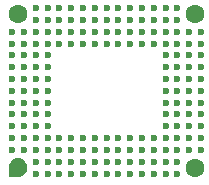
<source format=gbr>
G04 #@! TF.GenerationSoftware,KiCad,Pcbnew,8.0.4*
G04 #@! TF.CreationDate,2025-09-28T15:06:51-07:00*
G04 #@! TF.ProjectId,GMAX3412_breakout,474d4158-3334-4313-925f-627265616b6f,rev?*
G04 #@! TF.SameCoordinates,Original*
G04 #@! TF.FileFunction,Paste,Bot*
G04 #@! TF.FilePolarity,Positive*
%FSLAX46Y46*%
G04 Gerber Fmt 4.6, Leading zero omitted, Abs format (unit mm)*
G04 Created by KiCad (PCBNEW 8.0.4) date 2025-09-28 15:06:51*
%MOMM*%
%LPD*%
G01*
G04 APERTURE LIST*
%ADD10C,0.600000*%
%ADD11C,1.600000*%
G04 APERTURE END LIST*
D10*
G04 #@! TO.C,U1*
X13500000Y-26500000D03*
X14500000Y-26500000D03*
X15500000Y-26500000D03*
X16500000Y-26500000D03*
X17500000Y-26500000D03*
X18500000Y-26500000D03*
X19500000Y-26500000D03*
X20500000Y-26500000D03*
X21500000Y-26500000D03*
X22500000Y-26500000D03*
X23500000Y-26500000D03*
X24500000Y-26500000D03*
X25500000Y-26500000D03*
X13500000Y-25500000D03*
X14500000Y-25500000D03*
X15500000Y-25500000D03*
X16500000Y-25500000D03*
X17500000Y-25500000D03*
X18500000Y-25500000D03*
X19500000Y-25500000D03*
X20500000Y-25500000D03*
X21500000Y-25500000D03*
X22500000Y-25500000D03*
X23500000Y-25500000D03*
X24500000Y-25500000D03*
X25500000Y-25500000D03*
X11500000Y-24500000D03*
X12500000Y-24500000D03*
X13500000Y-24500000D03*
X14500000Y-24500000D03*
X15500000Y-24500000D03*
X16500000Y-24500000D03*
X17500000Y-24500000D03*
X18500000Y-24500000D03*
X19500000Y-24500000D03*
X20500000Y-24500000D03*
X21500000Y-24500000D03*
X22500000Y-24500000D03*
X23500000Y-24500000D03*
X24500000Y-24500000D03*
X25500000Y-24500000D03*
X26500000Y-24500000D03*
X27500000Y-24500000D03*
X11500000Y-23500000D03*
X12500000Y-23500000D03*
X13500000Y-23500000D03*
X14500000Y-23500000D03*
X15500000Y-23500000D03*
X16500000Y-23500000D03*
X17500000Y-23500000D03*
X18500000Y-23500000D03*
X19500000Y-23500000D03*
X20500000Y-23500000D03*
X21500000Y-23500000D03*
X22500000Y-23500000D03*
X23500000Y-23500000D03*
X24500000Y-23500000D03*
X25500000Y-23500000D03*
X26500000Y-23500000D03*
X27500000Y-23500000D03*
X11500000Y-22500000D03*
X12500000Y-22500000D03*
X13500000Y-22500000D03*
X14500000Y-22500000D03*
X24500000Y-22500000D03*
X25500000Y-22500000D03*
X26500000Y-22500000D03*
X27500000Y-22500000D03*
X11500000Y-21500000D03*
X12500000Y-21500000D03*
X13500000Y-21500000D03*
X14500000Y-21500000D03*
X24500000Y-21500000D03*
X25500000Y-21500000D03*
X26500000Y-21500000D03*
X27500000Y-21500000D03*
X11500000Y-20500000D03*
X12500000Y-20500000D03*
X13500000Y-20500000D03*
X14500000Y-20500000D03*
X24500000Y-20500000D03*
X25500000Y-20500000D03*
X26500000Y-20500000D03*
X27500000Y-20500000D03*
X11500000Y-19500000D03*
X12500000Y-19500000D03*
X13500000Y-19500000D03*
X14500000Y-19500000D03*
X24500000Y-19500000D03*
X25500000Y-19500000D03*
X26500000Y-19500000D03*
X27500000Y-19500000D03*
X11500000Y-18500000D03*
X12500000Y-18500000D03*
X13500000Y-18500000D03*
X14500000Y-18500000D03*
X24500000Y-18500000D03*
X25500000Y-18500000D03*
X26500000Y-18500000D03*
X27500000Y-18500000D03*
X11500000Y-17500000D03*
X12500000Y-17500000D03*
X13500000Y-17500000D03*
X14500000Y-17500000D03*
X24500000Y-17500000D03*
X25500000Y-17500000D03*
X26500000Y-17500000D03*
X27500000Y-17500000D03*
X11500000Y-16500000D03*
X12500000Y-16500000D03*
X13500000Y-16500000D03*
X14500000Y-16500000D03*
X24500000Y-16500000D03*
X25500000Y-16500000D03*
X26500000Y-16500000D03*
X27500000Y-16500000D03*
X11500000Y-15500000D03*
X12500000Y-15500000D03*
X13500000Y-15500000D03*
X14500000Y-15500000D03*
X15500000Y-15500000D03*
X16500000Y-15500000D03*
X17500000Y-15500000D03*
X18500000Y-15500000D03*
X19500000Y-15500000D03*
X20500000Y-15500000D03*
X21500000Y-15500000D03*
X22500000Y-15500000D03*
X23500000Y-15500000D03*
X24500000Y-15500000D03*
X25500000Y-15500000D03*
X26500000Y-15500000D03*
X27500000Y-15500000D03*
X11500000Y-14500000D03*
X12500000Y-14500000D03*
X13500000Y-14500000D03*
X14500000Y-14500000D03*
X15500000Y-14500000D03*
X16500000Y-14500000D03*
X17500000Y-14500000D03*
X18500000Y-14500000D03*
X19500000Y-14500000D03*
X20500000Y-14500000D03*
X21500000Y-14500000D03*
X22500000Y-14500000D03*
X23500000Y-14500000D03*
X24500000Y-14500000D03*
X25500000Y-14500000D03*
X26500000Y-14500000D03*
X27500000Y-14500000D03*
X13500000Y-13500000D03*
X14500000Y-13500000D03*
X15500000Y-13500000D03*
X16500000Y-13500000D03*
X17500000Y-13500000D03*
X18500000Y-13500000D03*
X19500000Y-13500000D03*
X20500000Y-13500000D03*
X21500000Y-13500000D03*
X22500000Y-13500000D03*
X23500000Y-13500000D03*
X24500000Y-13500000D03*
X25500000Y-13500000D03*
G36*
X11200000Y-26000000D02*
G01*
X11220058Y-25821983D01*
X11279225Y-25652893D01*
X11374535Y-25501208D01*
X11501208Y-25374535D01*
X11652893Y-25279225D01*
X11821983Y-25220058D01*
X12000000Y-25200000D01*
X12178017Y-25220058D01*
X12347107Y-25279225D01*
X12498792Y-25374535D01*
X12625465Y-25501208D01*
X12720775Y-25652893D01*
X12779942Y-25821983D01*
X12800000Y-26000000D01*
X12779942Y-26178017D01*
X12720775Y-26347107D01*
X12625465Y-26498792D01*
X12498792Y-26625465D01*
X12347107Y-26720775D01*
X12178017Y-26779942D01*
X12000000Y-26800000D01*
X11200000Y-26800000D01*
X11200000Y-26000000D01*
G37*
D11*
X27000000Y-26000000D03*
X27000000Y-13000000D03*
X12000000Y-13000000D03*
D10*
X13500000Y-12500000D03*
X14500000Y-12500000D03*
X15500000Y-12500000D03*
X16500000Y-12500000D03*
X17500000Y-12500000D03*
X18500000Y-12500000D03*
X19500000Y-12500000D03*
X20500000Y-12500000D03*
X21500000Y-12500000D03*
X22500000Y-12500000D03*
X23500000Y-12500000D03*
X24500000Y-12500000D03*
X25500000Y-12500000D03*
G04 #@! TD*
M02*

</source>
